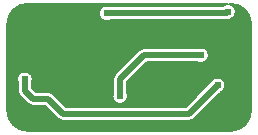
<source format=gbl>
G04 Layer: BottomLayer*
G04 EasyEDA Pro v2.2.43.4, 2025-11-18 11:00:01*
G04 Gerber Generator version 0.3*
G04 Scale: 100 percent, Rotated: No, Reflected: No*
G04 Dimensions in millimeters*
G04 Leading zeros omitted, absolute positions, 4 integers and 5 decimals*
G04 Generated by one-click*
%FSLAX45Y45*%
%MOMM*%
%ADD10C,0.2032*%
%ADD11C,0.61*%
%ADD12C,0.5*%
%ADD13C,0.8431*%
G75*


G04 Copper Start*
G36*
G01X200000Y1107186D02*
G01X1896648Y1107186D01*
G01X1883062Y1103980D01*
G01X1870447Y1098001D01*
G01X1859364Y1089514D01*
G01X902743Y1089514D01*
G01X887031Y1094140D01*
G01X870665Y1094774D01*
G01X854642Y1091378D01*
G01X839940Y1084158D01*
G01X827457Y1073554D01*
G01X817953Y1060215D01*
G01X812009Y1044953D01*
G01X809986Y1028700D01*
G01X812009Y1012447D01*
G01X817953Y997185D01*
G01X827457Y983846D01*
G01X839940Y973242D01*
G01X854642Y966022D01*
G01X870665Y962626D01*
G01X887031Y963260D01*
G01X902743Y967886D01*
G01X1892300Y967886D01*
G01X1904623Y969148D01*
G01X1916434Y972880D01*
G01X1927244Y978928D01*
G01X1940496Y985386D01*
G01X1951994Y994612D01*
G01X1961170Y1006151D01*
G01X1967570Y1019432D01*
G01X1970877Y1033799D01*
G01X1970928Y1048541D01*
G01X1967722Y1062930D01*
G01X1961415Y1076255D01*
G01X1952320Y1087858D01*
G01X1940887Y1097165D01*
G01X1927680Y1103715D01*
G01X1913352Y1107186D01*
G01X1933600Y1107186D01*
G01X1959284Y1105165D01*
G01X1984336Y1099150D01*
G01X2008139Y1089291D01*
G01X2030106Y1075829D01*
G01X2049697Y1059097D01*
G01X2066429Y1039506D01*
G01X2079891Y1017539D01*
G01X2089750Y993736D01*
G01X2095765Y968684D01*
G01X2097786Y943000D01*
G01X2097786Y200000D01*
G01X2095765Y174316D01*
G01X2089750Y149264D01*
G01X2079891Y125461D01*
G01X2066429Y103494D01*
G01X2049697Y83903D01*
G01X2030106Y67171D01*
G01X2008139Y53709D01*
G01X1984336Y43850D01*
G01X1959284Y37835D01*
G01X1933600Y35814D01*
G01X200000Y35814D01*
G01X174316Y37835D01*
G01X149264Y43850D01*
G01X125461Y53709D01*
G01X103494Y67171D01*
G01X83903Y83903D01*
G01X67171Y103494D01*
G01X53709Y125461D01*
G01X43850Y149264D01*
G01X37835Y174316D01*
G01X35814Y200000D01*
G01X35814Y475535D01*
G01X118076Y475535D01*
G01X118710Y459169D01*
G01X123336Y443457D01*
G01X123336Y374650D01*
G01X124505Y362786D01*
G01X127965Y351378D01*
G01X133585Y340864D01*
G01X141148Y331648D01*
G01X210998Y261798D01*
G01X210998Y261798D01*
G01X220214Y254235D01*
G01X230728Y248615D01*
G01X242136Y245155D01*
G01X254000Y243986D01*
G01X355810Y243986D01*
G01X464998Y134798D01*
G01X474214Y127235D01*
G01X484728Y121615D01*
G01X496136Y118155D01*
G01X508000Y116986D01*
G01X1574800Y116986D01*
G01X1586664Y118155D01*
G01X1598072Y121615D01*
G01X1608586Y127235D01*
G01X1617802Y134798D01*
G01X1840404Y357400D01*
G01X1854785Y365239D01*
G01X1866806Y376363D01*
G01X1875734Y390095D01*
G01X1881024Y405596D01*
G01X1882354Y421920D01*
G01X1879642Y438073D01*
G01X1873054Y453068D01*
G01X1862991Y465991D01*
G01X1850068Y476054D01*
G01X1835073Y482642D01*
G01X1818920Y485354D01*
G01X1802596Y484024D01*
G01X1787095Y478734D01*
G01X1773363Y469806D01*
G01X1762239Y457785D01*
G01X1754400Y443404D01*
G01X1549610Y238614D01*
G01X533190Y238614D01*
G01X450770Y321034D01*
G01X924526Y321034D01*
G01X927922Y305011D01*
G01X935142Y290310D01*
G01X945746Y277826D01*
G01X959085Y268323D01*
G01X974347Y262378D01*
G01X990600Y260355D01*
G01X1006853Y262378D01*
G01X1022115Y268323D01*
G01X1035454Y277826D01*
G01X1046058Y290310D01*
G01X1053278Y305011D01*
G01X1056674Y321034D01*
G01X1056040Y337400D01*
G01X1051414Y353112D01*
G01X1051414Y444710D01*
G01X1218990Y612286D01*
G01X1649957Y612286D01*
G01X1665669Y607660D01*
G01X1682035Y607026D01*
G01X1698058Y610422D01*
G01X1712760Y617642D01*
G01X1725243Y628246D01*
G01X1734747Y641585D01*
G01X1740691Y656847D01*
G01X1742714Y673100D01*
G01X1742714Y673100D01*
G01X1740691Y689353D01*
G01X1734747Y704615D01*
G01X1725243Y717954D01*
G01X1712760Y728558D01*
G01X1698058Y735778D01*
G01X1682035Y739174D01*
G01X1665669Y738540D01*
G01X1649957Y733914D01*
G01X1193800Y733914D01*
G01X1181936Y732745D01*
G01X1170528Y729285D01*
G01X1160014Y723665D01*
G01X1150798Y716102D01*
G01X947598Y512902D01*
G01X940035Y503686D01*
G01X934415Y493172D01*
G01X930955Y481764D01*
G01X929786Y469900D01*
G01X929786Y353112D01*
G01X925160Y337400D01*
G01X924526Y321034D01*
G01X450770Y321034D01*
G01X424002Y347802D01*
G01X414786Y355365D01*
G01X404272Y360985D01*
G01X392864Y364445D01*
G01X381000Y365614D01*
G01X279190Y365614D01*
G01X244964Y399840D01*
G01X244964Y443457D01*
G01X249590Y459169D01*
G01X250224Y475535D01*
G01X246828Y491558D01*
G01X239608Y506260D01*
G01X229004Y518743D01*
G01X215665Y528247D01*
G01X200403Y534191D01*
G01X184150Y536214D01*
G01X167897Y534191D01*
G01X152635Y528247D01*
G01X139296Y518743D01*
G01X128692Y506260D01*
G01X121472Y491558D01*
G01X118076Y475535D01*
G01X35814Y475535D01*
G01X35814Y943000D01*
G01X37835Y968684D01*
G01X43850Y993736D01*
G01X53709Y1017539D01*
G01X67171Y1039506D01*
G01X83903Y1059097D01*
G01X103494Y1075829D01*
G01X125461Y1089291D01*
G01X149264Y1099150D01*
G01X174316Y1105165D01*
G01X200000Y1107186D01*
G37*
G54D10*
G01X200000Y1107186D02*
G01X1896648Y1107186D01*
G03X1859364Y1089514I8352J-65786D01*
G01X902743Y1089514D01*
G03X809986Y1028700I-26443J-60814D01*
G03X902743Y967886I66314J0D01*
G01X1892300Y967886D01*
G03X1927244Y978928I0J60814D01*
G03X1970928Y1048541I-22244J62472D01*
G03X1913352Y1107186I-65928J-7141D01*
G01X1933600Y1107186D01*
G02X2097786Y943000I0J-164186D01*
G01X2097786Y200000D01*
G02X1933600Y35814I-164186J0D01*
G01X200000Y35814D01*
G02X35814Y200000I0J164186D01*
G01X35814Y943000D01*
G02X200000Y1107186I164186J0D01*
G01X210998Y261798D02*
G03X254000Y243986I43002J43002D01*
G01X355810Y243986D01*
G01X464998Y134798D01*
G03X508000Y116986I43002J43002D01*
G01X1574800Y116986D01*
G03X1617802Y134798I0J60814D01*
G01X1840404Y357400D01*
G03X1862991Y465991I-24304J61700D01*
G03X1754400Y443404I-46891J-46891D01*
G01X1549610Y238614D01*
G01X533190Y238614D01*
G01X424002Y347802D01*
G03X381000Y365614I-43002J-43002D01*
G01X279190Y365614D01*
G01X244964Y399840D01*
G01X244964Y443457D01*
G03X184150Y536214I-60814J26443D01*
G03X123336Y443457I0J-66314D01*
G01X123336Y374650D01*
G03X141148Y331648I60814J0D01*
G01X210998Y261798D01*
G01X1742714Y673100D02*
G03X1649957Y733914I-66314J0D01*
G01X1193800Y733914D01*
G03X1150798Y716102I0J-60814D01*
G01X947598Y512902D01*
G03X929786Y469900I43002J-43002D01*
G01X929786Y353112D01*
G03X990600Y260355I60814J-26443D01*
G03X1051414Y353112I0J66314D01*
G01X1051414Y444710D01*
G01X1218990Y612286D01*
G01X1649957Y612286D01*
G03X1742714Y673100I26443J60814D01*
G04 Copper End*

G04 Via Start*
G54D11*
G01X990600Y326669D03*
G01X1676400Y673100D03*
G01X1511300Y939800D03*
G01X457200Y812800D03*
G01X457200Y714871D03*
G01X1816100Y419100D03*
G01X184150Y469900D03*
G01X2062500Y604500D03*
G01X538500Y96500D03*
G01X876300Y1028700D03*
G01X1905000Y1041400D03*
G04 Via End*

G04 Track Start*
G54D12*
G01X990600Y326669D02*
G01X990600Y469900D01*
G01X1193800Y673100D02*
G01X1676400Y673100D01*
G01X990600Y469900D02*
G01X1193800Y673100D01*
G01X508000Y177800D02*
G01X381000Y304800D01*
G01X254000Y304800D01*
G01X184150Y374650D01*
G01X184150Y469900D01*
G01X1816100Y419100D02*
G01X1574800Y177800D01*
G01X508000Y177800D01*
G01X876300Y1028700D02*
G01X1892300Y1028700D01*
G01X1905000Y1041400D01*
G04 Track End*

M02*


</source>
